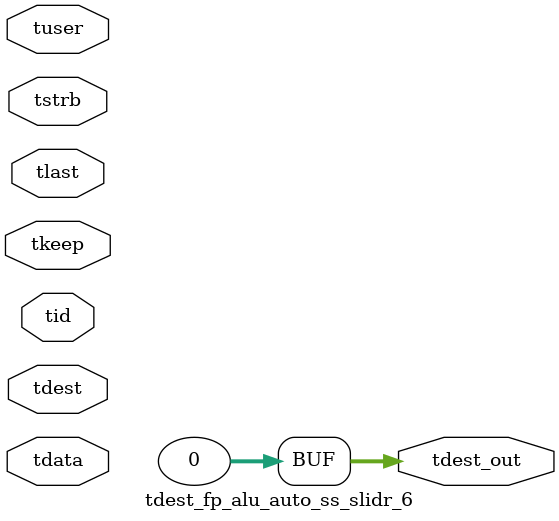
<source format=v>


`timescale 1ps/1ps

module tdest_fp_alu_auto_ss_slidr_6 #
(
parameter C_S_AXIS_TDATA_WIDTH = 32,
parameter C_S_AXIS_TUSER_WIDTH = 0,
parameter C_S_AXIS_TID_WIDTH   = 0,
parameter C_S_AXIS_TDEST_WIDTH = 0,
parameter C_M_AXIS_TDEST_WIDTH = 32
)
(
input  [(C_S_AXIS_TDATA_WIDTH == 0 ? 1 : C_S_AXIS_TDATA_WIDTH)-1:0     ] tdata,
input  [(C_S_AXIS_TUSER_WIDTH == 0 ? 1 : C_S_AXIS_TUSER_WIDTH)-1:0     ] tuser,
input  [(C_S_AXIS_TID_WIDTH   == 0 ? 1 : C_S_AXIS_TID_WIDTH)-1:0       ] tid,
input  [(C_S_AXIS_TDEST_WIDTH == 0 ? 1 : C_S_AXIS_TDEST_WIDTH)-1:0     ] tdest,
input  [(C_S_AXIS_TDATA_WIDTH/8)-1:0 ] tkeep,
input  [(C_S_AXIS_TDATA_WIDTH/8)-1:0 ] tstrb,
input                                                                    tlast,
output [C_M_AXIS_TDEST_WIDTH-1:0] tdest_out
);

assign tdest_out = {1'b0};

endmodule


</source>
